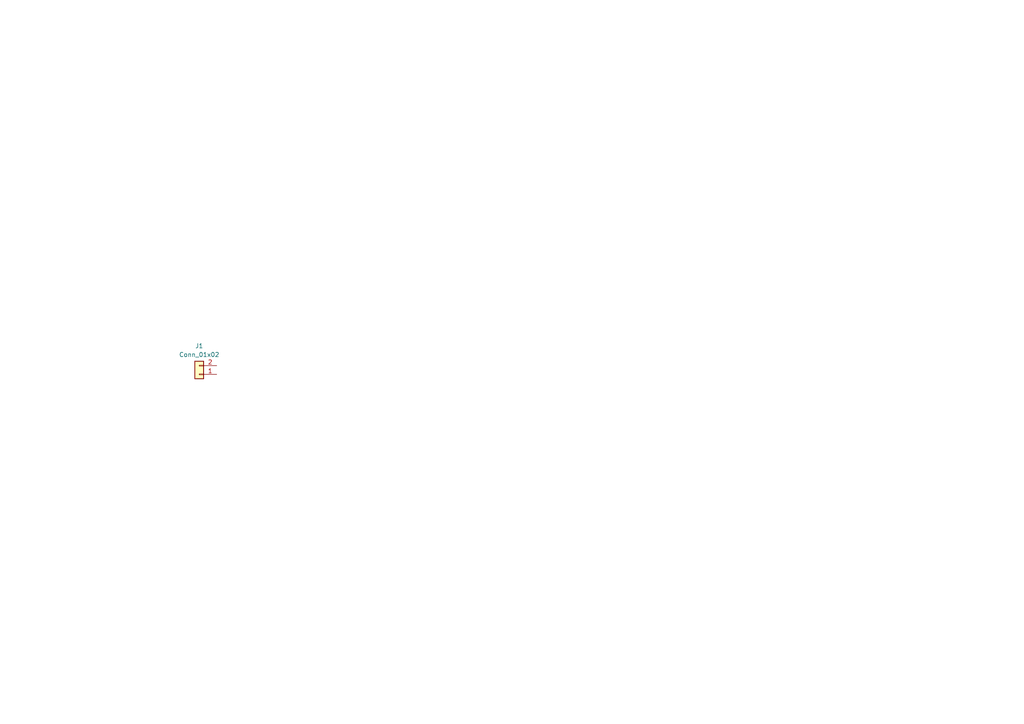
<source format=kicad_sch>
(kicad_sch (version 20230121) (generator eeschema)
  (paper "A4")
  (lib_symbols
    (symbol "Connector_Generic:Conn_01x02" (pin_names (offset 1.016) hide)
      (property "Reference" "J" (at 0 2.54 0))
      (property "Value" "Conn_01x02" (at 0 -5.08 0))
      (symbol "Conn_01x02_1_1"
        (rectangle (start -1.27 -2.413) (end 0 -2.667) (stroke (width 0.1524)))
        (rectangle (start -1.27 0.127) (end 0 -0.127) (stroke (width 0.1524)))
        (rectangle (start -1.27 1.27) (end 1.27 -3.81) (stroke (width 0.254)) (fill (type background)))
        (pin passive line (at -5.08 0 0) (length 3.81) (name "Pin_1") (number "1"))
        (pin passive line (at -5.08 -2.54 0) (length 3.81) (name "Pin_2") (number "2"))
      )
    )
  )
  (symbol (lib_id "Connector_Generic:Conn_01x02") (at 57.785 108.585 180) (unit 1)
    (property "Reference" "J1" (at 57.785 100.33 0))
    (property "Value" "Conn_01x02" (at 57.785 102.87 0))
  )
)
</source>
